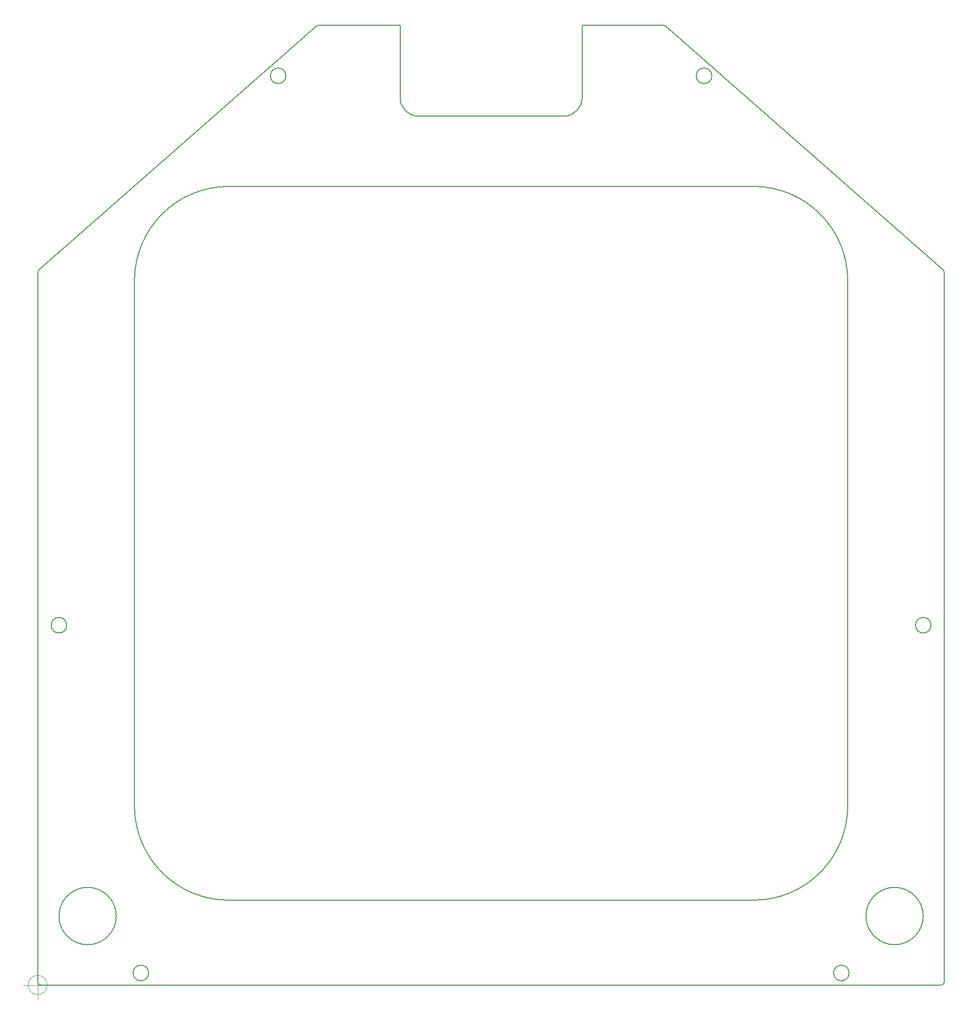
<source format=gbr>
G04 #@! TF.GenerationSoftware,KiCad,Pcbnew,(5.1.5-0-10_14)*
G04 #@! TF.CreationDate,2020-05-20T14:42:11+10:00*
G04 #@! TF.ProjectId,Buttons_DDI,42757474-6f6e-4735-9f44-44492e6b6963,rev?*
G04 #@! TF.SameCoordinates,Original*
G04 #@! TF.FileFunction,Other,ECO2*
%FSLAX46Y46*%
G04 Gerber Fmt 4.6, Leading zero omitted, Abs format (unit mm)*
G04 Created by KiCad (PCBNEW (5.1.5-0-10_14)) date 2020-05-20 14:42:11*
%MOMM*%
%LPD*%
G04 APERTURE LIST*
%ADD10C,0.200000*%
%ADD11C,0.100000*%
G04 APERTURE END LIST*
D10*
X30987380Y-164503100D02*
G75*
G03X30987380Y-164503100I-5000000J0D01*
G01*
X60587233Y-17986375D02*
G75*
G03X60587233Y-17986375I-1352550J0D01*
G01*
X83693000Y-25019000D02*
X109093000Y-25019000D01*
X112268000Y-21844000D02*
G75*
G02X109093000Y-25019000I-3175000J0D01*
G01*
X173148629Y-113792000D02*
G75*
G03X173148629Y-113792000I-1352550J0D01*
G01*
X50604140Y-161734500D02*
G75*
G02X34163000Y-145293360I0J16441140D01*
G01*
X158864300Y-174434500D02*
G75*
G03X158864300Y-174434500I-1352550J0D01*
G01*
X36626800Y-174434500D02*
G75*
G03X36626800Y-174434500I-1352550J0D01*
G01*
X158623000Y-145293360D02*
X158623000Y-53715640D01*
X142181860Y-37274500D02*
G75*
G02X158623000Y-53715640I0J-16441140D01*
G01*
X142181860Y-37274500D02*
X50604140Y-37274500D01*
X50604140Y-161734500D02*
X142181860Y-161734500D01*
X171798621Y-164503100D02*
G75*
G03X171798621Y-164503100I-5000000J0D01*
G01*
X126464426Y-9144000D02*
X112268000Y-9144000D01*
X126464426Y-9144000D02*
G75*
G02X126799582Y-9270248I0J-508000D01*
G01*
X17303750Y-52240798D02*
X17303750Y-176022000D01*
X17811750Y-176530000D02*
X174974250Y-176530000D01*
X175309406Y-51859046D02*
X126799582Y-9270248D01*
X175309406Y-51859046D02*
G75*
G02X175482250Y-52240798I-335156J-381752D01*
G01*
X158623000Y-145293360D02*
G75*
G02X142181860Y-161734500I-16441140J0D01*
G01*
X34163000Y-53715640D02*
X34163000Y-145293360D01*
X65986418Y-9270248D02*
G75*
G02X66321574Y-9144000I335156J-381752D01*
G01*
X134903867Y-17986375D02*
G75*
G03X134903867Y-17986375I-1352550J0D01*
G01*
X22342471Y-113792000D02*
G75*
G03X22342471Y-113792000I-1352550J0D01*
G01*
X175482250Y-176022000D02*
X175482250Y-52240798D01*
X175482250Y-176022000D02*
G75*
G02X174974250Y-176530000I-508000J0D01*
G01*
X17303750Y-52240798D02*
G75*
G02X17476594Y-51859046I508000J0D01*
G01*
X80518000Y-9144000D02*
X66321574Y-9144000D01*
X112268000Y-21844000D02*
X112268000Y-9144000D01*
X34163000Y-53715640D02*
G75*
G02X50604140Y-37274500I16441140J0D01*
G01*
X17811750Y-176530000D02*
G75*
G02X17303750Y-176022000I0J508000D01*
G01*
X65986418Y-9270248D02*
X17476594Y-51859046D01*
X80518000Y-9144000D02*
X80518000Y-21844000D01*
X83693000Y-25019000D02*
G75*
G02X80518000Y-21844000I0J3175000D01*
G01*
D11*
X18938666Y-176530000D02*
G75*
G03X18938666Y-176530000I-1666666J0D01*
G01*
X14772000Y-176530000D02*
X19772000Y-176530000D01*
X17272000Y-174030000D02*
X17272000Y-179030000D01*
M02*

</source>
